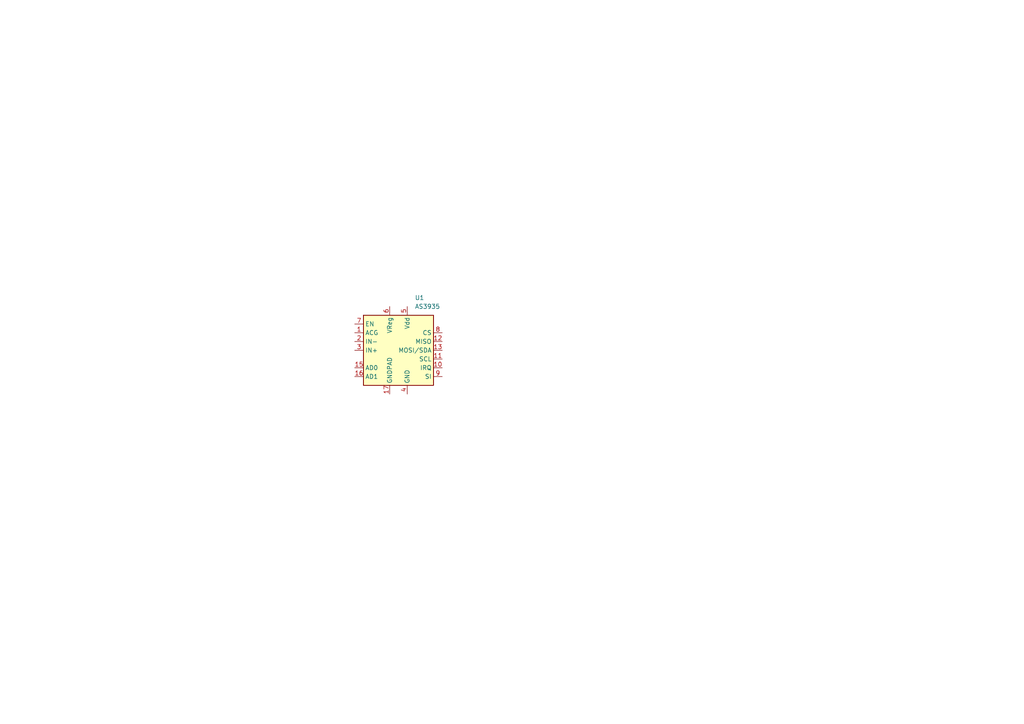
<source format=kicad_sch>
(kicad_sch (version 20231120) (generator "eeschema") (generator_version "8.0")
  (paper "A4")
  (lib_symbols
    (symbol "Sensor:AS3935"
      (property "Reference" "U" (at 5.08 15.24 0))
      (property "Value" "AS3935" (at 5.08 12.7 0))
      (symbol "AS3935_0_1"
        (rectangle (start -10.16 10.16) (end 10.16 -10.16) (stroke (width 0.254)) (fill (type background)))
      )
      (symbol "AS3935_1_1"
        (pin input line (at -12.7 5.08 0) (length 2.54) (name "ACG") (number "1"))
        (pin bidirectional line (at 12.7 -5.08 180) (length 2.54) (name "IRQ") (number "10"))
        (pin bidirectional line (at 12.7 -2.54 180) (length 2.54) (name "SCL") (number "11"))
        (pin output line (at 12.7 2.54 180) (length 2.54) (name "MISO") (number "12"))
        (pin bidirectional line (at 12.7 0 180) (length 2.54) (name "MOSI/SDA") (number "13"))
        (pin input line (at -12.7 -5.08 0) (length 2.54) (name "AD0") (number "15"))
        (pin input line (at -12.7 -7.62 0) (length 2.54) (name "AD1") (number "16"))
        (pin power_in line (at -2.54 -12.7 90) (length 2.54) (name "GNDPAD") (number "17"))
        (pin input line (at -12.7 2.54 0) (length 2.54) (name "IN-") (number "2"))
        (pin input line (at -12.7 0 0) (length 2.54) (name "IN+") (number "3"))
        (pin power_in line (at 2.54 -12.7 90) (length 2.54) (name "GND") (number "4"))
        (pin power_in line (at 2.54 12.7 270) (length 2.54) (name "Vdd") (number "5"))
        (pin passive line (at -2.54 12.7 270) (length 2.54) (name "VReg") (number "6"))
        (pin input line (at -12.7 7.62 0) (length 2.54) (name "EN") (number "7"))
        (pin input line (at 12.7 5.08 180) (length 2.54) (name "CS") (number "8"))
        (pin input line (at 12.7 -7.62 180) (length 2.54) (name "SI") (number "9"))
      )
    )
  )
  (symbol (lib_id "Sensor:AS3935") (at 115.57 101.6 0) (unit 1)
    (property "Reference" "U1" (at 120.3041 86.36 0) (effects (justify left)))
    (property "Value" "AS3935" (at 120.3041 88.9 0) (effects (justify left)))
    (property "Footprint" "Package_DFN_QFN:MLPQ-16-1EP_4x4mm_P0.65mm_EP2.8x2.8mm" (effects (hide yes)))
    (property "Datasheet" "https://www.embeddedadventures.com/datasheets/AS3935_Datasheet_EN_v2.pdf" (effects (hide yes)))
    (property "Description" "Programmable fully integrated Lightning Sensor IC" (effects (hide yes)))
  )
)
</source>
